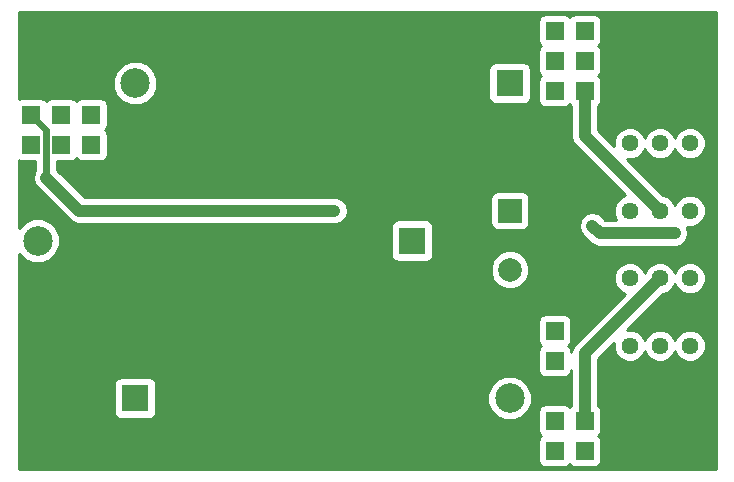
<source format=gbr>
G04 #@! TF.GenerationSoftware,KiCad,Pcbnew,6.0.0-rc1-unknown-f68581d~66~ubuntu16.04.1*
G04 #@! TF.CreationDate,2018-09-30T16:57:06+02:00*
G04 #@! TF.ProjectId,SIPMPOWER01A,5349504D504F5745523031412E6B6963,rev?*
G04 #@! TF.SameCoordinates,Original*
G04 #@! TF.FileFunction,Copper,L1,Top,Signal*
G04 #@! TF.FilePolarity,Positive*
%FSLAX46Y46*%
G04 Gerber Fmt 4.6, Leading zero omitted, Abs format (unit mm)*
G04 Created by KiCad (PCBNEW 6.0.0-rc1-unknown-f68581d~66~ubuntu16.04.1) date Sun Sep 30 16:57:06 2018*
%MOMM*%
%LPD*%
G01*
G04 APERTURE LIST*
G04 #@! TA.AperFunction,ComponentPad*
%ADD10R,2.300000X2.300000*%
G04 #@! TD*
G04 #@! TA.AperFunction,ComponentPad*
%ADD11C,2.500000*%
G04 #@! TD*
G04 #@! TA.AperFunction,ComponentPad*
%ADD12R,2.000000X2.000000*%
G04 #@! TD*
G04 #@! TA.AperFunction,ComponentPad*
%ADD13C,2.000000*%
G04 #@! TD*
G04 #@! TA.AperFunction,ComponentPad*
%ADD14C,6.000000*%
G04 #@! TD*
G04 #@! TA.AperFunction,ComponentPad*
%ADD15C,1.440000*%
G04 #@! TD*
G04 #@! TA.AperFunction,ComponentPad*
%ADD16R,1.524000X1.524000*%
G04 #@! TD*
G04 #@! TA.AperFunction,ViaPad*
%ADD17C,0.800000*%
G04 #@! TD*
G04 #@! TA.AperFunction,Conductor*
%ADD18C,1.000000*%
G04 #@! TD*
G04 #@! TA.AperFunction,Conductor*
%ADD19C,0.600000*%
G04 #@! TD*
G04 #@! TA.AperFunction,Conductor*
%ADD20C,0.254000*%
G04 #@! TD*
G04 APERTURE END LIST*
D10*
G04 #@! TO.P,BT2,1*
G04 #@! TO.N,Net-(BT2-Pad1)*
X34265000Y20320000D03*
D11*
G04 #@! TO.P,BT2,2*
G04 #@! TO.N,Net-(BT1-Pad1)*
X2565000Y20320000D03*
G04 #@! TD*
G04 #@! TO.P,BT3,2*
G04 #@! TO.N,Net-(BT2-Pad1)*
X10820000Y33655000D03*
D10*
G04 #@! TO.P,BT3,1*
G04 #@! TO.N,/+*
X42520000Y33655000D03*
G04 #@! TD*
D12*
G04 #@! TO.P,C2,1*
G04 #@! TO.N,/+*
X42545000Y22860000D03*
D13*
G04 #@! TO.P,C2,2*
G04 #@! TO.N,Net-(C1-Pad1)*
X42545000Y17860000D03*
G04 #@! TD*
D11*
G04 #@! TO.P,BT1,2*
G04 #@! TO.N,/-*
X42520000Y6985000D03*
D10*
G04 #@! TO.P,BT1,1*
G04 #@! TO.N,Net-(BT1-Pad1)*
X10820000Y6985000D03*
G04 #@! TD*
D14*
G04 #@! TO.P,M1,1*
G04 #@! TO.N,GND*
X55880000Y35560000D03*
G04 #@! TD*
G04 #@! TO.P,M2,1*
G04 #@! TO.N,GND*
X5080000Y5080000D03*
G04 #@! TD*
G04 #@! TO.P,M3,1*
G04 #@! TO.N,GND*
X5080000Y35560000D03*
G04 #@! TD*
G04 #@! TO.P,M4,1*
G04 #@! TO.N,GND*
X55880000Y5080000D03*
G04 #@! TD*
D15*
G04 #@! TO.P,RV1,3*
G04 #@! TO.N,Net-(R2-Pad1)*
X52705000Y28575000D03*
G04 #@! TO.P,RV1,2*
G04 #@! TO.N,/U1*
X55245000Y28575000D03*
G04 #@! TO.P,RV1,1*
G04 #@! TO.N,Net-(R1-Pad2)*
X57785000Y28575000D03*
G04 #@! TD*
G04 #@! TO.P,RV2,3*
G04 #@! TO.N,Net-(R4-Pad1)*
X52705000Y22860000D03*
G04 #@! TO.P,RV2,2*
G04 #@! TO.N,/U2*
X55245000Y22860000D03*
G04 #@! TO.P,RV2,1*
G04 #@! TO.N,Net-(R3-Pad2)*
X57785000Y22860000D03*
G04 #@! TD*
G04 #@! TO.P,RV3,1*
G04 #@! TO.N,Net-(R5-Pad2)*
X57785000Y17145000D03*
G04 #@! TO.P,RV3,2*
G04 #@! TO.N,/U3*
X55245000Y17145000D03*
G04 #@! TO.P,RV3,3*
G04 #@! TO.N,Net-(R6-Pad1)*
X52705000Y17145000D03*
G04 #@! TD*
G04 #@! TO.P,RV4,1*
G04 #@! TO.N,Net-(R7-Pad2)*
X57785000Y11430000D03*
G04 #@! TO.P,RV4,2*
G04 #@! TO.N,/U4*
X55245000Y11430000D03*
G04 #@! TO.P,RV4,3*
G04 #@! TO.N,Net-(R8-Pad1)*
X52705000Y11430000D03*
G04 #@! TD*
D16*
G04 #@! TO.P,J1,1*
G04 #@! TO.N,/U4*
X46355000Y2540000D03*
G04 #@! TO.P,J1,2*
X48895000Y2540000D03*
G04 #@! TD*
G04 #@! TO.P,J2,2*
G04 #@! TO.N,/U3*
X48895000Y5080000D03*
G04 #@! TO.P,J2,1*
X46355000Y5080000D03*
G04 #@! TD*
G04 #@! TO.P,J3,1*
G04 #@! TO.N,/U2*
X46355000Y33020000D03*
G04 #@! TO.P,J3,2*
X48895000Y33020000D03*
G04 #@! TD*
G04 #@! TO.P,J4,2*
G04 #@! TO.N,/U1*
X48895000Y35560000D03*
G04 #@! TO.P,J4,1*
X46355000Y35560000D03*
G04 #@! TD*
G04 #@! TO.P,J5,1*
G04 #@! TO.N,/+*
X46355000Y38100000D03*
G04 #@! TO.P,J5,2*
X48895000Y38100000D03*
G04 #@! TD*
G04 #@! TO.P,J6,2*
G04 #@! TO.N,/-*
X46355000Y10160000D03*
G04 #@! TO.P,J6,1*
G04 #@! TO.N,Net-(C1-Pad1)*
X46355000Y12700000D03*
G04 #@! TD*
G04 #@! TO.P,J7,2*
G04 #@! TO.N,Net-(J7-Pad2)*
X2032000Y28448000D03*
G04 #@! TO.P,J7,1*
G04 #@! TO.N,/+*
X2032000Y30988000D03*
G04 #@! TD*
G04 #@! TO.P,J8,1*
G04 #@! TO.N,Net-(J7-Pad2)*
X4572000Y30988000D03*
G04 #@! TO.P,J8,2*
G04 #@! TO.N,Net-(J8-Pad2)*
X4572000Y28448000D03*
G04 #@! TD*
G04 #@! TO.P,J9,2*
G04 #@! TO.N,/-*
X7112000Y28448000D03*
G04 #@! TO.P,J9,1*
G04 #@! TO.N,Net-(J8-Pad2)*
X7112000Y30988000D03*
G04 #@! TD*
D17*
G04 #@! TO.N,Net-(C1-Pad3)*
X56515000Y20955000D03*
X49530000Y21590000D03*
G04 #@! TO.N,/+*
X27686000Y22860000D03*
G04 #@! TD*
D18*
G04 #@! TO.N,/U2*
X48895000Y33020000D02*
X48895000Y29210000D01*
X48895000Y29210000D02*
X55245000Y22860000D01*
G04 #@! TO.N,/U3*
X55245000Y17145000D02*
X48895000Y10795000D01*
X48895000Y10795000D02*
X48895000Y5080000D01*
G04 #@! TO.N,Net-(C1-Pad3)*
X50165000Y20955000D02*
X56515000Y20955000D01*
X49530000Y21590000D02*
X50165000Y20955000D01*
D19*
G04 #@! TO.N,/+*
X3294001Y29725999D02*
X3294001Y25661999D01*
X2032000Y30988000D02*
X3294001Y29725999D01*
D18*
X6096000Y22860000D02*
X3294001Y25661999D01*
X27686000Y22860000D02*
X6096000Y22860000D01*
G04 #@! TD*
D20*
G04 #@! TO.N,GND*
G36*
X59971000Y989000D02*
X989000Y989000D01*
X989000Y8135000D01*
X9022560Y8135000D01*
X9022560Y5835000D01*
X9071843Y5587235D01*
X9212191Y5377191D01*
X9422235Y5236843D01*
X9670000Y5187560D01*
X11970000Y5187560D01*
X12217765Y5236843D01*
X12427809Y5377191D01*
X12568157Y5587235D01*
X12617440Y5835000D01*
X12617440Y7359950D01*
X40635000Y7359950D01*
X40635000Y6610050D01*
X40921974Y5917233D01*
X41452233Y5386974D01*
X42145050Y5100000D01*
X42894950Y5100000D01*
X43587767Y5386974D01*
X44118026Y5917233D01*
X44405000Y6610050D01*
X44405000Y7359950D01*
X44118026Y8052767D01*
X43587767Y8583026D01*
X42894950Y8870000D01*
X42145050Y8870000D01*
X41452233Y8583026D01*
X40921974Y8052767D01*
X40635000Y7359950D01*
X12617440Y7359950D01*
X12617440Y8135000D01*
X12568157Y8382765D01*
X12427809Y8592809D01*
X12217765Y8733157D01*
X11970000Y8782440D01*
X9670000Y8782440D01*
X9422235Y8733157D01*
X9212191Y8592809D01*
X9071843Y8382765D01*
X9022560Y8135000D01*
X989000Y8135000D01*
X989000Y13462000D01*
X44945560Y13462000D01*
X44945560Y11938000D01*
X44994843Y11690235D01*
X45135191Y11480191D01*
X45210307Y11430000D01*
X45135191Y11379809D01*
X44994843Y11169765D01*
X44945560Y10922000D01*
X44945560Y9398000D01*
X44994843Y9150235D01*
X45135191Y8940191D01*
X45345235Y8799843D01*
X45593000Y8750560D01*
X47117000Y8750560D01*
X47364765Y8799843D01*
X47574809Y8940191D01*
X47715157Y9150235D01*
X47760000Y9375680D01*
X47760001Y6356478D01*
X47675191Y6299809D01*
X47625000Y6224693D01*
X47574809Y6299809D01*
X47364765Y6440157D01*
X47117000Y6489440D01*
X45593000Y6489440D01*
X45345235Y6440157D01*
X45135191Y6299809D01*
X44994843Y6089765D01*
X44945560Y5842000D01*
X44945560Y4318000D01*
X44994843Y4070235D01*
X45135191Y3860191D01*
X45210307Y3810000D01*
X45135191Y3759809D01*
X44994843Y3549765D01*
X44945560Y3302000D01*
X44945560Y1778000D01*
X44994843Y1530235D01*
X45135191Y1320191D01*
X45345235Y1179843D01*
X45593000Y1130560D01*
X47117000Y1130560D01*
X47364765Y1179843D01*
X47574809Y1320191D01*
X47625000Y1395307D01*
X47675191Y1320191D01*
X47885235Y1179843D01*
X48133000Y1130560D01*
X49657000Y1130560D01*
X49904765Y1179843D01*
X50114809Y1320191D01*
X50255157Y1530235D01*
X50304440Y1778000D01*
X50304440Y3302000D01*
X50255157Y3549765D01*
X50114809Y3759809D01*
X50039693Y3810000D01*
X50114809Y3860191D01*
X50255157Y4070235D01*
X50304440Y4318000D01*
X50304440Y5842000D01*
X50255157Y6089765D01*
X50114809Y6299809D01*
X50030000Y6356477D01*
X50030000Y10324869D01*
X51350000Y11644869D01*
X51350000Y11160474D01*
X51556286Y10662454D01*
X51937454Y10281286D01*
X52435474Y10075000D01*
X52974526Y10075000D01*
X53472546Y10281286D01*
X53853714Y10662454D01*
X53975000Y10955265D01*
X54096286Y10662454D01*
X54477454Y10281286D01*
X54975474Y10075000D01*
X55514526Y10075000D01*
X56012546Y10281286D01*
X56393714Y10662454D01*
X56515000Y10955265D01*
X56636286Y10662454D01*
X57017454Y10281286D01*
X57515474Y10075000D01*
X58054526Y10075000D01*
X58552546Y10281286D01*
X58933714Y10662454D01*
X59140000Y11160474D01*
X59140000Y11699526D01*
X58933714Y12197546D01*
X58552546Y12578714D01*
X58054526Y12785000D01*
X57515474Y12785000D01*
X57017454Y12578714D01*
X56636286Y12197546D01*
X56515000Y11904735D01*
X56393714Y12197546D01*
X56012546Y12578714D01*
X55514526Y12785000D01*
X54975474Y12785000D01*
X54477454Y12578714D01*
X54096286Y12197546D01*
X53975000Y11904735D01*
X53853714Y12197546D01*
X53472546Y12578714D01*
X52974526Y12785000D01*
X52490131Y12785000D01*
X55495132Y15790000D01*
X55514526Y15790000D01*
X56012546Y15996286D01*
X56393714Y16377454D01*
X56515000Y16670265D01*
X56636286Y16377454D01*
X57017454Y15996286D01*
X57515474Y15790000D01*
X58054526Y15790000D01*
X58552546Y15996286D01*
X58933714Y16377454D01*
X59140000Y16875474D01*
X59140000Y17414526D01*
X58933714Y17912546D01*
X58552546Y18293714D01*
X58054526Y18500000D01*
X57515474Y18500000D01*
X57017454Y18293714D01*
X56636286Y17912546D01*
X56515000Y17619735D01*
X56393714Y17912546D01*
X56012546Y18293714D01*
X55514526Y18500000D01*
X54975474Y18500000D01*
X54477454Y18293714D01*
X54096286Y17912546D01*
X53975000Y17619735D01*
X53853714Y17912546D01*
X53472546Y18293714D01*
X52974526Y18500000D01*
X52435474Y18500000D01*
X51937454Y18293714D01*
X51556286Y17912546D01*
X51350000Y17414526D01*
X51350000Y16875474D01*
X51556286Y16377454D01*
X51937454Y15996286D01*
X52328980Y15834111D01*
X48171482Y11676613D01*
X48076711Y11613289D01*
X47894001Y11339843D01*
X47825854Y11237854D01*
X47763733Y10925552D01*
X47715157Y11169765D01*
X47574809Y11379809D01*
X47499693Y11430000D01*
X47574809Y11480191D01*
X47715157Y11690235D01*
X47764440Y11938000D01*
X47764440Y13462000D01*
X47715157Y13709765D01*
X47574809Y13919809D01*
X47364765Y14060157D01*
X47117000Y14109440D01*
X45593000Y14109440D01*
X45345235Y14060157D01*
X45135191Y13919809D01*
X44994843Y13709765D01*
X44945560Y13462000D01*
X989000Y13462000D01*
X989000Y18185222D01*
X40910000Y18185222D01*
X40910000Y17534778D01*
X41158914Y16933847D01*
X41618847Y16473914D01*
X42219778Y16225000D01*
X42870222Y16225000D01*
X43471153Y16473914D01*
X43931086Y16933847D01*
X44180000Y17534778D01*
X44180000Y18185222D01*
X43931086Y18786153D01*
X43471153Y19246086D01*
X42870222Y19495000D01*
X42219778Y19495000D01*
X41618847Y19246086D01*
X41158914Y18786153D01*
X40910000Y18185222D01*
X989000Y18185222D01*
X989000Y19230207D01*
X1497233Y18721974D01*
X2190050Y18435000D01*
X2939950Y18435000D01*
X3632767Y18721974D01*
X4163026Y19252233D01*
X4450000Y19945050D01*
X4450000Y20694950D01*
X4163026Y21387767D01*
X4080793Y21470000D01*
X32467560Y21470000D01*
X32467560Y19170000D01*
X32516843Y18922235D01*
X32657191Y18712191D01*
X32867235Y18571843D01*
X33115000Y18522560D01*
X35415000Y18522560D01*
X35662765Y18571843D01*
X35872809Y18712191D01*
X36013157Y18922235D01*
X36062440Y19170000D01*
X36062440Y21470000D01*
X36013157Y21717765D01*
X35872809Y21927809D01*
X35662765Y22068157D01*
X35415000Y22117440D01*
X33115000Y22117440D01*
X32867235Y22068157D01*
X32657191Y21927809D01*
X32516843Y21717765D01*
X32467560Y21470000D01*
X4080793Y21470000D01*
X3632767Y21918026D01*
X2939950Y22205000D01*
X2190050Y22205000D01*
X1497233Y21918026D01*
X989000Y21409793D01*
X989000Y27110050D01*
X1022235Y27087843D01*
X1270000Y27038560D01*
X2359002Y27038560D01*
X2359002Y26305617D01*
X2224855Y26104853D01*
X2136766Y25661999D01*
X2224855Y25219145D01*
X2412393Y24938476D01*
X5214389Y22136479D01*
X5277711Y22041711D01*
X5549661Y21860000D01*
X5653145Y21790854D01*
X6096000Y21702765D01*
X6207783Y21725000D01*
X27797783Y21725000D01*
X28128855Y21790854D01*
X28504289Y22041711D01*
X28755146Y22417145D01*
X28843235Y22860000D01*
X28755146Y23302855D01*
X28504289Y23678289D01*
X28232340Y23860000D01*
X40897560Y23860000D01*
X40897560Y21860000D01*
X40946843Y21612235D01*
X41087191Y21402191D01*
X41297235Y21261843D01*
X41545000Y21212560D01*
X43545000Y21212560D01*
X43792765Y21261843D01*
X44002809Y21402191D01*
X44143157Y21612235D01*
X44192440Y21860000D01*
X44192440Y23860000D01*
X44143157Y24107765D01*
X44002809Y24317809D01*
X43792765Y24458157D01*
X43545000Y24507440D01*
X41545000Y24507440D01*
X41297235Y24458157D01*
X41087191Y24317809D01*
X40946843Y24107765D01*
X40897560Y23860000D01*
X28232340Y23860000D01*
X28128855Y23929146D01*
X27797783Y23995000D01*
X6566132Y23995000D01*
X4229001Y26332130D01*
X4229001Y27038560D01*
X5334000Y27038560D01*
X5581765Y27087843D01*
X5791809Y27228191D01*
X5842000Y27303307D01*
X5892191Y27228191D01*
X6102235Y27087843D01*
X6350000Y27038560D01*
X7874000Y27038560D01*
X8121765Y27087843D01*
X8331809Y27228191D01*
X8472157Y27438235D01*
X8521440Y27686000D01*
X8521440Y29210000D01*
X8472157Y29457765D01*
X8331809Y29667809D01*
X8256693Y29718000D01*
X8331809Y29768191D01*
X8472157Y29978235D01*
X8521440Y30226000D01*
X8521440Y31750000D01*
X8472157Y31997765D01*
X8331809Y32207809D01*
X8121765Y32348157D01*
X7874000Y32397440D01*
X6350000Y32397440D01*
X6102235Y32348157D01*
X5892191Y32207809D01*
X5842000Y32132693D01*
X5791809Y32207809D01*
X5581765Y32348157D01*
X5334000Y32397440D01*
X3810000Y32397440D01*
X3562235Y32348157D01*
X3352191Y32207809D01*
X3302000Y32132693D01*
X3251809Y32207809D01*
X3041765Y32348157D01*
X2794000Y32397440D01*
X1270000Y32397440D01*
X1022235Y32348157D01*
X989000Y32325950D01*
X989000Y34029950D01*
X8935000Y34029950D01*
X8935000Y33280050D01*
X9221974Y32587233D01*
X9752233Y32056974D01*
X10445050Y31770000D01*
X11194950Y31770000D01*
X11887767Y32056974D01*
X12418026Y32587233D01*
X12705000Y33280050D01*
X12705000Y34029950D01*
X12418026Y34722767D01*
X12335793Y34805000D01*
X40722560Y34805000D01*
X40722560Y32505000D01*
X40771843Y32257235D01*
X40912191Y32047191D01*
X41122235Y31906843D01*
X41370000Y31857560D01*
X43670000Y31857560D01*
X43917765Y31906843D01*
X44127809Y32047191D01*
X44268157Y32257235D01*
X44317440Y32505000D01*
X44317440Y34805000D01*
X44268157Y35052765D01*
X44127809Y35262809D01*
X43917765Y35403157D01*
X43670000Y35452440D01*
X41370000Y35452440D01*
X41122235Y35403157D01*
X40912191Y35262809D01*
X40771843Y35052765D01*
X40722560Y34805000D01*
X12335793Y34805000D01*
X11887767Y35253026D01*
X11194950Y35540000D01*
X10445050Y35540000D01*
X9752233Y35253026D01*
X9221974Y34722767D01*
X8935000Y34029950D01*
X989000Y34029950D01*
X989000Y38862000D01*
X44945560Y38862000D01*
X44945560Y37338000D01*
X44994843Y37090235D01*
X45135191Y36880191D01*
X45210307Y36830000D01*
X45135191Y36779809D01*
X44994843Y36569765D01*
X44945560Y36322000D01*
X44945560Y34798000D01*
X44994843Y34550235D01*
X45135191Y34340191D01*
X45210307Y34290000D01*
X45135191Y34239809D01*
X44994843Y34029765D01*
X44945560Y33782000D01*
X44945560Y32258000D01*
X44994843Y32010235D01*
X45135191Y31800191D01*
X45345235Y31659843D01*
X45593000Y31610560D01*
X47117000Y31610560D01*
X47364765Y31659843D01*
X47574809Y31800191D01*
X47625000Y31875307D01*
X47675191Y31800191D01*
X47760000Y31743523D01*
X47760001Y29321788D01*
X47737765Y29210000D01*
X47825854Y28767146D01*
X47825855Y28767145D01*
X48076712Y28391711D01*
X48171480Y28328389D01*
X52328980Y24170889D01*
X51937454Y24008714D01*
X51556286Y23627546D01*
X51350000Y23129526D01*
X51350000Y22590474D01*
X51556286Y22092454D01*
X51558740Y22090000D01*
X50635131Y22090000D01*
X50253523Y22471608D01*
X49972854Y22659146D01*
X49530000Y22747235D01*
X49087146Y22659146D01*
X48711712Y22408288D01*
X48460854Y22032854D01*
X48372765Y21590000D01*
X48460854Y21147146D01*
X48648392Y20866477D01*
X49283387Y20231482D01*
X49346711Y20136711D01*
X49671042Y19920000D01*
X49722145Y19885854D01*
X50165000Y19797765D01*
X50276783Y19820000D01*
X56626783Y19820000D01*
X56957855Y19885854D01*
X57333289Y20136711D01*
X57584146Y20512145D01*
X57672235Y20955000D01*
X57584146Y21397855D01*
X57511437Y21506672D01*
X57515474Y21505000D01*
X58054526Y21505000D01*
X58552546Y21711286D01*
X58933714Y22092454D01*
X59140000Y22590474D01*
X59140000Y23129526D01*
X58933714Y23627546D01*
X58552546Y24008714D01*
X58054526Y24215000D01*
X57515474Y24215000D01*
X57017454Y24008714D01*
X56636286Y23627546D01*
X56515000Y23334735D01*
X56393714Y23627546D01*
X56012546Y24008714D01*
X55514526Y24215000D01*
X55495132Y24215000D01*
X52490131Y27220000D01*
X52974526Y27220000D01*
X53472546Y27426286D01*
X53853714Y27807454D01*
X53975000Y28100265D01*
X54096286Y27807454D01*
X54477454Y27426286D01*
X54975474Y27220000D01*
X55514526Y27220000D01*
X56012546Y27426286D01*
X56393714Y27807454D01*
X56515000Y28100265D01*
X56636286Y27807454D01*
X57017454Y27426286D01*
X57515474Y27220000D01*
X58054526Y27220000D01*
X58552546Y27426286D01*
X58933714Y27807454D01*
X59140000Y28305474D01*
X59140000Y28844526D01*
X58933714Y29342546D01*
X58552546Y29723714D01*
X58054526Y29930000D01*
X57515474Y29930000D01*
X57017454Y29723714D01*
X56636286Y29342546D01*
X56515000Y29049735D01*
X56393714Y29342546D01*
X56012546Y29723714D01*
X55514526Y29930000D01*
X54975474Y29930000D01*
X54477454Y29723714D01*
X54096286Y29342546D01*
X53975000Y29049735D01*
X53853714Y29342546D01*
X53472546Y29723714D01*
X52974526Y29930000D01*
X52435474Y29930000D01*
X51937454Y29723714D01*
X51556286Y29342546D01*
X51350000Y28844526D01*
X51350000Y28360131D01*
X50030000Y29680131D01*
X50030000Y31743523D01*
X50114809Y31800191D01*
X50255157Y32010235D01*
X50304440Y32258000D01*
X50304440Y33782000D01*
X50255157Y34029765D01*
X50114809Y34239809D01*
X50039693Y34290000D01*
X50114809Y34340191D01*
X50255157Y34550235D01*
X50304440Y34798000D01*
X50304440Y36322000D01*
X50255157Y36569765D01*
X50114809Y36779809D01*
X50039693Y36830000D01*
X50114809Y36880191D01*
X50255157Y37090235D01*
X50304440Y37338000D01*
X50304440Y38862000D01*
X50255157Y39109765D01*
X50114809Y39319809D01*
X49904765Y39460157D01*
X49657000Y39509440D01*
X48133000Y39509440D01*
X47885235Y39460157D01*
X47675191Y39319809D01*
X47625000Y39244693D01*
X47574809Y39319809D01*
X47364765Y39460157D01*
X47117000Y39509440D01*
X45593000Y39509440D01*
X45345235Y39460157D01*
X45135191Y39319809D01*
X44994843Y39109765D01*
X44945560Y38862000D01*
X989000Y38862000D01*
X989000Y39651000D01*
X59971001Y39651000D01*
X59971000Y989000D01*
X59971000Y989000D01*
G37*
X59971000Y989000D02*
X989000Y989000D01*
X989000Y8135000D01*
X9022560Y8135000D01*
X9022560Y5835000D01*
X9071843Y5587235D01*
X9212191Y5377191D01*
X9422235Y5236843D01*
X9670000Y5187560D01*
X11970000Y5187560D01*
X12217765Y5236843D01*
X12427809Y5377191D01*
X12568157Y5587235D01*
X12617440Y5835000D01*
X12617440Y7359950D01*
X40635000Y7359950D01*
X40635000Y6610050D01*
X40921974Y5917233D01*
X41452233Y5386974D01*
X42145050Y5100000D01*
X42894950Y5100000D01*
X43587767Y5386974D01*
X44118026Y5917233D01*
X44405000Y6610050D01*
X44405000Y7359950D01*
X44118026Y8052767D01*
X43587767Y8583026D01*
X42894950Y8870000D01*
X42145050Y8870000D01*
X41452233Y8583026D01*
X40921974Y8052767D01*
X40635000Y7359950D01*
X12617440Y7359950D01*
X12617440Y8135000D01*
X12568157Y8382765D01*
X12427809Y8592809D01*
X12217765Y8733157D01*
X11970000Y8782440D01*
X9670000Y8782440D01*
X9422235Y8733157D01*
X9212191Y8592809D01*
X9071843Y8382765D01*
X9022560Y8135000D01*
X989000Y8135000D01*
X989000Y13462000D01*
X44945560Y13462000D01*
X44945560Y11938000D01*
X44994843Y11690235D01*
X45135191Y11480191D01*
X45210307Y11430000D01*
X45135191Y11379809D01*
X44994843Y11169765D01*
X44945560Y10922000D01*
X44945560Y9398000D01*
X44994843Y9150235D01*
X45135191Y8940191D01*
X45345235Y8799843D01*
X45593000Y8750560D01*
X47117000Y8750560D01*
X47364765Y8799843D01*
X47574809Y8940191D01*
X47715157Y9150235D01*
X47760000Y9375680D01*
X47760001Y6356478D01*
X47675191Y6299809D01*
X47625000Y6224693D01*
X47574809Y6299809D01*
X47364765Y6440157D01*
X47117000Y6489440D01*
X45593000Y6489440D01*
X45345235Y6440157D01*
X45135191Y6299809D01*
X44994843Y6089765D01*
X44945560Y5842000D01*
X44945560Y4318000D01*
X44994843Y4070235D01*
X45135191Y3860191D01*
X45210307Y3810000D01*
X45135191Y3759809D01*
X44994843Y3549765D01*
X44945560Y3302000D01*
X44945560Y1778000D01*
X44994843Y1530235D01*
X45135191Y1320191D01*
X45345235Y1179843D01*
X45593000Y1130560D01*
X47117000Y1130560D01*
X47364765Y1179843D01*
X47574809Y1320191D01*
X47625000Y1395307D01*
X47675191Y1320191D01*
X47885235Y1179843D01*
X48133000Y1130560D01*
X49657000Y1130560D01*
X49904765Y1179843D01*
X50114809Y1320191D01*
X50255157Y1530235D01*
X50304440Y1778000D01*
X50304440Y3302000D01*
X50255157Y3549765D01*
X50114809Y3759809D01*
X50039693Y3810000D01*
X50114809Y3860191D01*
X50255157Y4070235D01*
X50304440Y4318000D01*
X50304440Y5842000D01*
X50255157Y6089765D01*
X50114809Y6299809D01*
X50030000Y6356477D01*
X50030000Y10324869D01*
X51350000Y11644869D01*
X51350000Y11160474D01*
X51556286Y10662454D01*
X51937454Y10281286D01*
X52435474Y10075000D01*
X52974526Y10075000D01*
X53472546Y10281286D01*
X53853714Y10662454D01*
X53975000Y10955265D01*
X54096286Y10662454D01*
X54477454Y10281286D01*
X54975474Y10075000D01*
X55514526Y10075000D01*
X56012546Y10281286D01*
X56393714Y10662454D01*
X56515000Y10955265D01*
X56636286Y10662454D01*
X57017454Y10281286D01*
X57515474Y10075000D01*
X58054526Y10075000D01*
X58552546Y10281286D01*
X58933714Y10662454D01*
X59140000Y11160474D01*
X59140000Y11699526D01*
X58933714Y12197546D01*
X58552546Y12578714D01*
X58054526Y12785000D01*
X57515474Y12785000D01*
X57017454Y12578714D01*
X56636286Y12197546D01*
X56515000Y11904735D01*
X56393714Y12197546D01*
X56012546Y12578714D01*
X55514526Y12785000D01*
X54975474Y12785000D01*
X54477454Y12578714D01*
X54096286Y12197546D01*
X53975000Y11904735D01*
X53853714Y12197546D01*
X53472546Y12578714D01*
X52974526Y12785000D01*
X52490131Y12785000D01*
X55495132Y15790000D01*
X55514526Y15790000D01*
X56012546Y15996286D01*
X56393714Y16377454D01*
X56515000Y16670265D01*
X56636286Y16377454D01*
X57017454Y15996286D01*
X57515474Y15790000D01*
X58054526Y15790000D01*
X58552546Y15996286D01*
X58933714Y16377454D01*
X59140000Y16875474D01*
X59140000Y17414526D01*
X58933714Y17912546D01*
X58552546Y18293714D01*
X58054526Y18500000D01*
X57515474Y18500000D01*
X57017454Y18293714D01*
X56636286Y17912546D01*
X56515000Y17619735D01*
X56393714Y17912546D01*
X56012546Y18293714D01*
X55514526Y18500000D01*
X54975474Y18500000D01*
X54477454Y18293714D01*
X54096286Y17912546D01*
X53975000Y17619735D01*
X53853714Y17912546D01*
X53472546Y18293714D01*
X52974526Y18500000D01*
X52435474Y18500000D01*
X51937454Y18293714D01*
X51556286Y17912546D01*
X51350000Y17414526D01*
X51350000Y16875474D01*
X51556286Y16377454D01*
X51937454Y15996286D01*
X52328980Y15834111D01*
X48171482Y11676613D01*
X48076711Y11613289D01*
X47894001Y11339843D01*
X47825854Y11237854D01*
X47763733Y10925552D01*
X47715157Y11169765D01*
X47574809Y11379809D01*
X47499693Y11430000D01*
X47574809Y11480191D01*
X47715157Y11690235D01*
X47764440Y11938000D01*
X47764440Y13462000D01*
X47715157Y13709765D01*
X47574809Y13919809D01*
X47364765Y14060157D01*
X47117000Y14109440D01*
X45593000Y14109440D01*
X45345235Y14060157D01*
X45135191Y13919809D01*
X44994843Y13709765D01*
X44945560Y13462000D01*
X989000Y13462000D01*
X989000Y18185222D01*
X40910000Y18185222D01*
X40910000Y17534778D01*
X41158914Y16933847D01*
X41618847Y16473914D01*
X42219778Y16225000D01*
X42870222Y16225000D01*
X43471153Y16473914D01*
X43931086Y16933847D01*
X44180000Y17534778D01*
X44180000Y18185222D01*
X43931086Y18786153D01*
X43471153Y19246086D01*
X42870222Y19495000D01*
X42219778Y19495000D01*
X41618847Y19246086D01*
X41158914Y18786153D01*
X40910000Y18185222D01*
X989000Y18185222D01*
X989000Y19230207D01*
X1497233Y18721974D01*
X2190050Y18435000D01*
X2939950Y18435000D01*
X3632767Y18721974D01*
X4163026Y19252233D01*
X4450000Y19945050D01*
X4450000Y20694950D01*
X4163026Y21387767D01*
X4080793Y21470000D01*
X32467560Y21470000D01*
X32467560Y19170000D01*
X32516843Y18922235D01*
X32657191Y18712191D01*
X32867235Y18571843D01*
X33115000Y18522560D01*
X35415000Y18522560D01*
X35662765Y18571843D01*
X35872809Y18712191D01*
X36013157Y18922235D01*
X36062440Y19170000D01*
X36062440Y21470000D01*
X36013157Y21717765D01*
X35872809Y21927809D01*
X35662765Y22068157D01*
X35415000Y22117440D01*
X33115000Y22117440D01*
X32867235Y22068157D01*
X32657191Y21927809D01*
X32516843Y21717765D01*
X32467560Y21470000D01*
X4080793Y21470000D01*
X3632767Y21918026D01*
X2939950Y22205000D01*
X2190050Y22205000D01*
X1497233Y21918026D01*
X989000Y21409793D01*
X989000Y27110050D01*
X1022235Y27087843D01*
X1270000Y27038560D01*
X2359002Y27038560D01*
X2359002Y26305617D01*
X2224855Y26104853D01*
X2136766Y25661999D01*
X2224855Y25219145D01*
X2412393Y24938476D01*
X5214389Y22136479D01*
X5277711Y22041711D01*
X5549661Y21860000D01*
X5653145Y21790854D01*
X6096000Y21702765D01*
X6207783Y21725000D01*
X27797783Y21725000D01*
X28128855Y21790854D01*
X28504289Y22041711D01*
X28755146Y22417145D01*
X28843235Y22860000D01*
X28755146Y23302855D01*
X28504289Y23678289D01*
X28232340Y23860000D01*
X40897560Y23860000D01*
X40897560Y21860000D01*
X40946843Y21612235D01*
X41087191Y21402191D01*
X41297235Y21261843D01*
X41545000Y21212560D01*
X43545000Y21212560D01*
X43792765Y21261843D01*
X44002809Y21402191D01*
X44143157Y21612235D01*
X44192440Y21860000D01*
X44192440Y23860000D01*
X44143157Y24107765D01*
X44002809Y24317809D01*
X43792765Y24458157D01*
X43545000Y24507440D01*
X41545000Y24507440D01*
X41297235Y24458157D01*
X41087191Y24317809D01*
X40946843Y24107765D01*
X40897560Y23860000D01*
X28232340Y23860000D01*
X28128855Y23929146D01*
X27797783Y23995000D01*
X6566132Y23995000D01*
X4229001Y26332130D01*
X4229001Y27038560D01*
X5334000Y27038560D01*
X5581765Y27087843D01*
X5791809Y27228191D01*
X5842000Y27303307D01*
X5892191Y27228191D01*
X6102235Y27087843D01*
X6350000Y27038560D01*
X7874000Y27038560D01*
X8121765Y27087843D01*
X8331809Y27228191D01*
X8472157Y27438235D01*
X8521440Y27686000D01*
X8521440Y29210000D01*
X8472157Y29457765D01*
X8331809Y29667809D01*
X8256693Y29718000D01*
X8331809Y29768191D01*
X8472157Y29978235D01*
X8521440Y30226000D01*
X8521440Y31750000D01*
X8472157Y31997765D01*
X8331809Y32207809D01*
X8121765Y32348157D01*
X7874000Y32397440D01*
X6350000Y32397440D01*
X6102235Y32348157D01*
X5892191Y32207809D01*
X5842000Y32132693D01*
X5791809Y32207809D01*
X5581765Y32348157D01*
X5334000Y32397440D01*
X3810000Y32397440D01*
X3562235Y32348157D01*
X3352191Y32207809D01*
X3302000Y32132693D01*
X3251809Y32207809D01*
X3041765Y32348157D01*
X2794000Y32397440D01*
X1270000Y32397440D01*
X1022235Y32348157D01*
X989000Y32325950D01*
X989000Y34029950D01*
X8935000Y34029950D01*
X8935000Y33280050D01*
X9221974Y32587233D01*
X9752233Y32056974D01*
X10445050Y31770000D01*
X11194950Y31770000D01*
X11887767Y32056974D01*
X12418026Y32587233D01*
X12705000Y33280050D01*
X12705000Y34029950D01*
X12418026Y34722767D01*
X12335793Y34805000D01*
X40722560Y34805000D01*
X40722560Y32505000D01*
X40771843Y32257235D01*
X40912191Y32047191D01*
X41122235Y31906843D01*
X41370000Y31857560D01*
X43670000Y31857560D01*
X43917765Y31906843D01*
X44127809Y32047191D01*
X44268157Y32257235D01*
X44317440Y32505000D01*
X44317440Y34805000D01*
X44268157Y35052765D01*
X44127809Y35262809D01*
X43917765Y35403157D01*
X43670000Y35452440D01*
X41370000Y35452440D01*
X41122235Y35403157D01*
X40912191Y35262809D01*
X40771843Y35052765D01*
X40722560Y34805000D01*
X12335793Y34805000D01*
X11887767Y35253026D01*
X11194950Y35540000D01*
X10445050Y35540000D01*
X9752233Y35253026D01*
X9221974Y34722767D01*
X8935000Y34029950D01*
X989000Y34029950D01*
X989000Y38862000D01*
X44945560Y38862000D01*
X44945560Y37338000D01*
X44994843Y37090235D01*
X45135191Y36880191D01*
X45210307Y36830000D01*
X45135191Y36779809D01*
X44994843Y36569765D01*
X44945560Y36322000D01*
X44945560Y34798000D01*
X44994843Y34550235D01*
X45135191Y34340191D01*
X45210307Y34290000D01*
X45135191Y34239809D01*
X44994843Y34029765D01*
X44945560Y33782000D01*
X44945560Y32258000D01*
X44994843Y32010235D01*
X45135191Y31800191D01*
X45345235Y31659843D01*
X45593000Y31610560D01*
X47117000Y31610560D01*
X47364765Y31659843D01*
X47574809Y31800191D01*
X47625000Y31875307D01*
X47675191Y31800191D01*
X47760000Y31743523D01*
X47760001Y29321788D01*
X47737765Y29210000D01*
X47825854Y28767146D01*
X47825855Y28767145D01*
X48076712Y28391711D01*
X48171480Y28328389D01*
X52328980Y24170889D01*
X51937454Y24008714D01*
X51556286Y23627546D01*
X51350000Y23129526D01*
X51350000Y22590474D01*
X51556286Y22092454D01*
X51558740Y22090000D01*
X50635131Y22090000D01*
X50253523Y22471608D01*
X49972854Y22659146D01*
X49530000Y22747235D01*
X49087146Y22659146D01*
X48711712Y22408288D01*
X48460854Y22032854D01*
X48372765Y21590000D01*
X48460854Y21147146D01*
X48648392Y20866477D01*
X49283387Y20231482D01*
X49346711Y20136711D01*
X49671042Y19920000D01*
X49722145Y19885854D01*
X50165000Y19797765D01*
X50276783Y19820000D01*
X56626783Y19820000D01*
X56957855Y19885854D01*
X57333289Y20136711D01*
X57584146Y20512145D01*
X57672235Y20955000D01*
X57584146Y21397855D01*
X57511437Y21506672D01*
X57515474Y21505000D01*
X58054526Y21505000D01*
X58552546Y21711286D01*
X58933714Y22092454D01*
X59140000Y22590474D01*
X59140000Y23129526D01*
X58933714Y23627546D01*
X58552546Y24008714D01*
X58054526Y24215000D01*
X57515474Y24215000D01*
X57017454Y24008714D01*
X56636286Y23627546D01*
X56515000Y23334735D01*
X56393714Y23627546D01*
X56012546Y24008714D01*
X55514526Y24215000D01*
X55495132Y24215000D01*
X52490131Y27220000D01*
X52974526Y27220000D01*
X53472546Y27426286D01*
X53853714Y27807454D01*
X53975000Y28100265D01*
X54096286Y27807454D01*
X54477454Y27426286D01*
X54975474Y27220000D01*
X55514526Y27220000D01*
X56012546Y27426286D01*
X56393714Y27807454D01*
X56515000Y28100265D01*
X56636286Y27807454D01*
X57017454Y27426286D01*
X57515474Y27220000D01*
X58054526Y27220000D01*
X58552546Y27426286D01*
X58933714Y27807454D01*
X59140000Y28305474D01*
X59140000Y28844526D01*
X58933714Y29342546D01*
X58552546Y29723714D01*
X58054526Y29930000D01*
X57515474Y29930000D01*
X57017454Y29723714D01*
X56636286Y29342546D01*
X56515000Y29049735D01*
X56393714Y29342546D01*
X56012546Y29723714D01*
X55514526Y29930000D01*
X54975474Y29930000D01*
X54477454Y29723714D01*
X54096286Y29342546D01*
X53975000Y29049735D01*
X53853714Y29342546D01*
X53472546Y29723714D01*
X52974526Y29930000D01*
X52435474Y29930000D01*
X51937454Y29723714D01*
X51556286Y29342546D01*
X51350000Y28844526D01*
X51350000Y28360131D01*
X50030000Y29680131D01*
X50030000Y31743523D01*
X50114809Y31800191D01*
X50255157Y32010235D01*
X50304440Y32258000D01*
X50304440Y33782000D01*
X50255157Y34029765D01*
X50114809Y34239809D01*
X50039693Y34290000D01*
X50114809Y34340191D01*
X50255157Y34550235D01*
X50304440Y34798000D01*
X50304440Y36322000D01*
X50255157Y36569765D01*
X50114809Y36779809D01*
X50039693Y36830000D01*
X50114809Y36880191D01*
X50255157Y37090235D01*
X50304440Y37338000D01*
X50304440Y38862000D01*
X50255157Y39109765D01*
X50114809Y39319809D01*
X49904765Y39460157D01*
X49657000Y39509440D01*
X48133000Y39509440D01*
X47885235Y39460157D01*
X47675191Y39319809D01*
X47625000Y39244693D01*
X47574809Y39319809D01*
X47364765Y39460157D01*
X47117000Y39509440D01*
X45593000Y39509440D01*
X45345235Y39460157D01*
X45135191Y39319809D01*
X44994843Y39109765D01*
X44945560Y38862000D01*
X989000Y38862000D01*
X989000Y39651000D01*
X59971001Y39651000D01*
X59971000Y989000D01*
G04 #@! TD*
M02*

</source>
